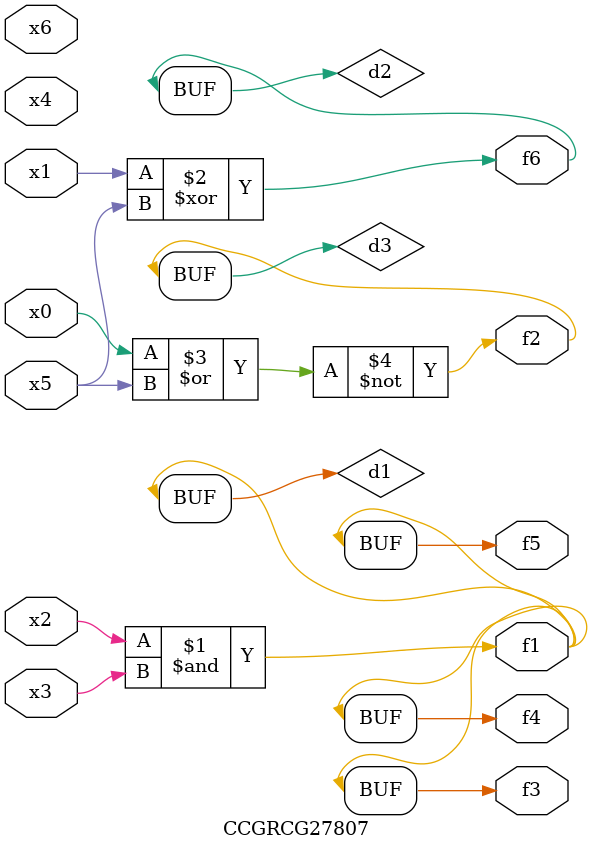
<source format=v>
module CCGRCG27807(
	input x0, x1, x2, x3, x4, x5, x6,
	output f1, f2, f3, f4, f5, f6
);

	wire d1, d2, d3;

	and (d1, x2, x3);
	xor (d2, x1, x5);
	nor (d3, x0, x5);
	assign f1 = d1;
	assign f2 = d3;
	assign f3 = d1;
	assign f4 = d1;
	assign f5 = d1;
	assign f6 = d2;
endmodule

</source>
